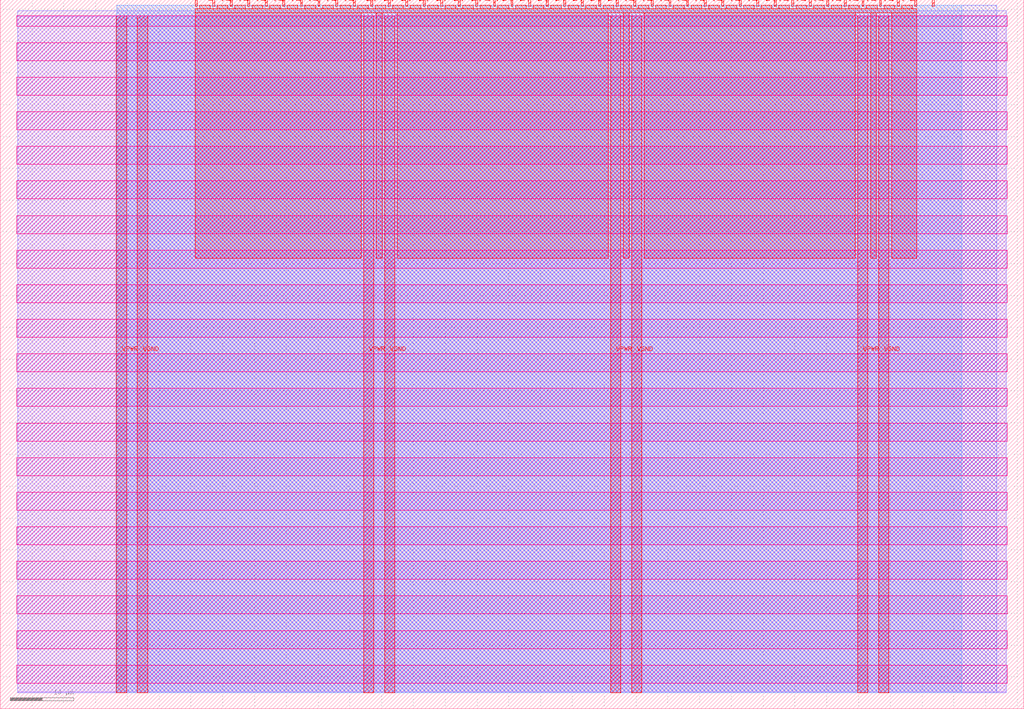
<source format=lef>
VERSION 5.7 ;
  NOWIREEXTENSIONATPIN ON ;
  DIVIDERCHAR "/" ;
  BUSBITCHARS "[]" ;
MACRO tt_um_resfuzzy
  CLASS BLOCK ;
  FOREIGN tt_um_resfuzzy ;
  ORIGIN 0.000 0.000 ;
  SIZE 161.000 BY 111.520 ;
  PIN VGND
    DIRECTION INOUT ;
    USE GROUND ;
    PORT
      LAYER met4 ;
        RECT 21.580 2.480 23.180 109.040 ;
    END
    PORT
      LAYER met4 ;
        RECT 60.450 2.480 62.050 109.040 ;
    END
    PORT
      LAYER met4 ;
        RECT 99.320 2.480 100.920 109.040 ;
    END
    PORT
      LAYER met4 ;
        RECT 138.190 2.480 139.790 109.040 ;
    END
  END VGND
  PIN VPWR
    DIRECTION INOUT ;
    USE POWER ;
    PORT
      LAYER met4 ;
        RECT 18.280 2.480 19.880 109.040 ;
    END
    PORT
      LAYER met4 ;
        RECT 57.150 2.480 58.750 109.040 ;
    END
    PORT
      LAYER met4 ;
        RECT 96.020 2.480 97.620 109.040 ;
    END
    PORT
      LAYER met4 ;
        RECT 134.890 2.480 136.490 109.040 ;
    END
  END VPWR
  PIN clk
    DIRECTION INPUT ;
    USE SIGNAL ;
    ANTENNAGATEAREA 0.852000 ;
    PORT
      LAYER met4 ;
        RECT 143.830 110.520 144.130 111.520 ;
    END
  END clk
  PIN ena
    DIRECTION INPUT ;
    USE SIGNAL ;
    PORT
      LAYER met4 ;
        RECT 146.590 110.520 146.890 111.520 ;
    END
  END ena
  PIN rst_n
    DIRECTION INPUT ;
    USE SIGNAL ;
    ANTENNAGATEAREA 0.196500 ;
    PORT
      LAYER met4 ;
        RECT 141.070 110.520 141.370 111.520 ;
    END
  END rst_n
  PIN ui_in[0]
    DIRECTION INPUT ;
    USE SIGNAL ;
    ANTENNAGATEAREA 0.196500 ;
    PORT
      LAYER met4 ;
        RECT 138.310 110.520 138.610 111.520 ;
    END
  END ui_in[0]
  PIN ui_in[1]
    DIRECTION INPUT ;
    USE SIGNAL ;
    ANTENNAGATEAREA 0.196500 ;
    PORT
      LAYER met4 ;
        RECT 135.550 110.520 135.850 111.520 ;
    END
  END ui_in[1]
  PIN ui_in[2]
    DIRECTION INPUT ;
    USE SIGNAL ;
    ANTENNAGATEAREA 0.196500 ;
    PORT
      LAYER met4 ;
        RECT 132.790 110.520 133.090 111.520 ;
    END
  END ui_in[2]
  PIN ui_in[3]
    DIRECTION INPUT ;
    USE SIGNAL ;
    ANTENNAGATEAREA 0.196500 ;
    PORT
      LAYER met4 ;
        RECT 130.030 110.520 130.330 111.520 ;
    END
  END ui_in[3]
  PIN ui_in[4]
    DIRECTION INPUT ;
    USE SIGNAL ;
    ANTENNAGATEAREA 0.196500 ;
    PORT
      LAYER met4 ;
        RECT 127.270 110.520 127.570 111.520 ;
    END
  END ui_in[4]
  PIN ui_in[5]
    DIRECTION INPUT ;
    USE SIGNAL ;
    ANTENNAGATEAREA 0.196500 ;
    PORT
      LAYER met4 ;
        RECT 124.510 110.520 124.810 111.520 ;
    END
  END ui_in[5]
  PIN ui_in[6]
    DIRECTION INPUT ;
    USE SIGNAL ;
    ANTENNAGATEAREA 0.196500 ;
    PORT
      LAYER met4 ;
        RECT 121.750 110.520 122.050 111.520 ;
    END
  END ui_in[6]
  PIN ui_in[7]
    DIRECTION INPUT ;
    USE SIGNAL ;
    ANTENNAGATEAREA 0.196500 ;
    PORT
      LAYER met4 ;
        RECT 118.990 110.520 119.290 111.520 ;
    END
  END ui_in[7]
  PIN uio_in[0]
    DIRECTION INPUT ;
    USE SIGNAL ;
    ANTENNAGATEAREA 0.196500 ;
    PORT
      LAYER met4 ;
        RECT 116.230 110.520 116.530 111.520 ;
    END
  END uio_in[0]
  PIN uio_in[1]
    DIRECTION INPUT ;
    USE SIGNAL ;
    PORT
      LAYER met4 ;
        RECT 113.470 110.520 113.770 111.520 ;
    END
  END uio_in[1]
  PIN uio_in[2]
    DIRECTION INPUT ;
    USE SIGNAL ;
    PORT
      LAYER met4 ;
        RECT 110.710 110.520 111.010 111.520 ;
    END
  END uio_in[2]
  PIN uio_in[3]
    DIRECTION INPUT ;
    USE SIGNAL ;
    PORT
      LAYER met4 ;
        RECT 107.950 110.520 108.250 111.520 ;
    END
  END uio_in[3]
  PIN uio_in[4]
    DIRECTION INPUT ;
    USE SIGNAL ;
    PORT
      LAYER met4 ;
        RECT 105.190 110.520 105.490 111.520 ;
    END
  END uio_in[4]
  PIN uio_in[5]
    DIRECTION INPUT ;
    USE SIGNAL ;
    PORT
      LAYER met4 ;
        RECT 102.430 110.520 102.730 111.520 ;
    END
  END uio_in[5]
  PIN uio_in[6]
    DIRECTION INPUT ;
    USE SIGNAL ;
    PORT
      LAYER met4 ;
        RECT 99.670 110.520 99.970 111.520 ;
    END
  END uio_in[6]
  PIN uio_in[7]
    DIRECTION INPUT ;
    USE SIGNAL ;
    PORT
      LAYER met4 ;
        RECT 96.910 110.520 97.210 111.520 ;
    END
  END uio_in[7]
  PIN uio_oe[0]
    DIRECTION OUTPUT ;
    USE SIGNAL ;
    ANTENNADIFFAREA 0.445500 ;
    PORT
      LAYER met4 ;
        RECT 49.990 110.520 50.290 111.520 ;
    END
  END uio_oe[0]
  PIN uio_oe[1]
    DIRECTION OUTPUT ;
    USE SIGNAL ;
    ANTENNADIFFAREA 0.445500 ;
    PORT
      LAYER met4 ;
        RECT 47.230 110.520 47.530 111.520 ;
    END
  END uio_oe[1]
  PIN uio_oe[2]
    DIRECTION OUTPUT ;
    USE SIGNAL ;
    ANTENNADIFFAREA 0.445500 ;
    PORT
      LAYER met4 ;
        RECT 44.470 110.520 44.770 111.520 ;
    END
  END uio_oe[2]
  PIN uio_oe[3]
    DIRECTION OUTPUT ;
    USE SIGNAL ;
    ANTENNADIFFAREA 0.445500 ;
    PORT
      LAYER met4 ;
        RECT 41.710 110.520 42.010 111.520 ;
    END
  END uio_oe[3]
  PIN uio_oe[4]
    DIRECTION OUTPUT ;
    USE SIGNAL ;
    ANTENNADIFFAREA 0.445500 ;
    PORT
      LAYER met4 ;
        RECT 38.950 110.520 39.250 111.520 ;
    END
  END uio_oe[4]
  PIN uio_oe[5]
    DIRECTION OUTPUT ;
    USE SIGNAL ;
    ANTENNADIFFAREA 0.445500 ;
    PORT
      LAYER met4 ;
        RECT 36.190 110.520 36.490 111.520 ;
    END
  END uio_oe[5]
  PIN uio_oe[6]
    DIRECTION OUTPUT ;
    USE SIGNAL ;
    ANTENNADIFFAREA 0.445500 ;
    PORT
      LAYER met4 ;
        RECT 33.430 110.520 33.730 111.520 ;
    END
  END uio_oe[6]
  PIN uio_oe[7]
    DIRECTION OUTPUT ;
    USE SIGNAL ;
    ANTENNADIFFAREA 0.445500 ;
    PORT
      LAYER met4 ;
        RECT 30.670 110.520 30.970 111.520 ;
    END
  END uio_oe[7]
  PIN uio_out[0]
    DIRECTION OUTPUT ;
    USE SIGNAL ;
    ANTENNADIFFAREA 0.445500 ;
    PORT
      LAYER met4 ;
        RECT 72.070 110.520 72.370 111.520 ;
    END
  END uio_out[0]
  PIN uio_out[1]
    DIRECTION OUTPUT ;
    USE SIGNAL ;
    ANTENNADIFFAREA 0.445500 ;
    PORT
      LAYER met4 ;
        RECT 69.310 110.520 69.610 111.520 ;
    END
  END uio_out[1]
  PIN uio_out[2]
    DIRECTION OUTPUT ;
    USE SIGNAL ;
    ANTENNADIFFAREA 0.445500 ;
    PORT
      LAYER met4 ;
        RECT 66.550 110.520 66.850 111.520 ;
    END
  END uio_out[2]
  PIN uio_out[3]
    DIRECTION OUTPUT ;
    USE SIGNAL ;
    ANTENNADIFFAREA 0.445500 ;
    PORT
      LAYER met4 ;
        RECT 63.790 110.520 64.090 111.520 ;
    END
  END uio_out[3]
  PIN uio_out[4]
    DIRECTION OUTPUT ;
    USE SIGNAL ;
    ANTENNADIFFAREA 0.445500 ;
    PORT
      LAYER met4 ;
        RECT 61.030 110.520 61.330 111.520 ;
    END
  END uio_out[4]
  PIN uio_out[5]
    DIRECTION OUTPUT ;
    USE SIGNAL ;
    ANTENNADIFFAREA 0.445500 ;
    PORT
      LAYER met4 ;
        RECT 58.270 110.520 58.570 111.520 ;
    END
  END uio_out[5]
  PIN uio_out[6]
    DIRECTION OUTPUT ;
    USE SIGNAL ;
    ANTENNADIFFAREA 0.445500 ;
    PORT
      LAYER met4 ;
        RECT 55.510 110.520 55.810 111.520 ;
    END
  END uio_out[6]
  PIN uio_out[7]
    DIRECTION OUTPUT ;
    USE SIGNAL ;
    ANTENNADIFFAREA 0.445500 ;
    PORT
      LAYER met4 ;
        RECT 52.750 110.520 53.050 111.520 ;
    END
  END uio_out[7]
  PIN uo_out[0]
    DIRECTION OUTPUT ;
    USE SIGNAL ;
    ANTENNAGATEAREA 0.247500 ;
    ANTENNADIFFAREA 0.445500 ;
    PORT
      LAYER met4 ;
        RECT 94.150 110.520 94.450 111.520 ;
    END
  END uo_out[0]
  PIN uo_out[1]
    DIRECTION OUTPUT ;
    USE SIGNAL ;
    ANTENNAGATEAREA 0.126000 ;
    ANTENNADIFFAREA 0.445500 ;
    PORT
      LAYER met4 ;
        RECT 91.390 110.520 91.690 111.520 ;
    END
  END uo_out[1]
  PIN uo_out[2]
    DIRECTION OUTPUT ;
    USE SIGNAL ;
    ANTENNAGATEAREA 0.126000 ;
    ANTENNADIFFAREA 0.445500 ;
    PORT
      LAYER met4 ;
        RECT 88.630 110.520 88.930 111.520 ;
    END
  END uo_out[2]
  PIN uo_out[3]
    DIRECTION OUTPUT ;
    USE SIGNAL ;
    ANTENNAGATEAREA 0.126000 ;
    ANTENNADIFFAREA 0.445500 ;
    PORT
      LAYER met4 ;
        RECT 85.870 110.520 86.170 111.520 ;
    END
  END uo_out[3]
  PIN uo_out[4]
    DIRECTION OUTPUT ;
    USE SIGNAL ;
    ANTENNAGATEAREA 0.126000 ;
    ANTENNADIFFAREA 0.445500 ;
    PORT
      LAYER met4 ;
        RECT 83.110 110.520 83.410 111.520 ;
    END
  END uo_out[4]
  PIN uo_out[5]
    DIRECTION OUTPUT ;
    USE SIGNAL ;
    ANTENNAGATEAREA 0.126000 ;
    ANTENNADIFFAREA 0.445500 ;
    PORT
      LAYER met4 ;
        RECT 80.350 110.520 80.650 111.520 ;
    END
  END uo_out[5]
  PIN uo_out[6]
    DIRECTION OUTPUT ;
    USE SIGNAL ;
    ANTENNAGATEAREA 0.126000 ;
    ANTENNADIFFAREA 0.445500 ;
    PORT
      LAYER met4 ;
        RECT 77.590 110.520 77.890 111.520 ;
    END
  END uo_out[6]
  PIN uo_out[7]
    DIRECTION OUTPUT ;
    USE SIGNAL ;
    ANTENNAGATEAREA 0.126000 ;
    ANTENNADIFFAREA 0.445500 ;
    PORT
      LAYER met4 ;
        RECT 74.830 110.520 75.130 111.520 ;
    END
  END uo_out[7]
  OBS
      LAYER nwell ;
        RECT 2.570 107.385 158.430 108.990 ;
        RECT 2.570 101.945 158.430 104.775 ;
        RECT 2.570 96.505 158.430 99.335 ;
        RECT 2.570 91.065 158.430 93.895 ;
        RECT 2.570 85.625 158.430 88.455 ;
        RECT 2.570 80.185 158.430 83.015 ;
        RECT 2.570 74.745 158.430 77.575 ;
        RECT 2.570 69.305 158.430 72.135 ;
        RECT 2.570 63.865 158.430 66.695 ;
        RECT 2.570 58.425 158.430 61.255 ;
        RECT 2.570 52.985 158.430 55.815 ;
        RECT 2.570 47.545 158.430 50.375 ;
        RECT 2.570 42.105 158.430 44.935 ;
        RECT 2.570 36.665 158.430 39.495 ;
        RECT 2.570 31.225 158.430 34.055 ;
        RECT 2.570 25.785 158.430 28.615 ;
        RECT 2.570 20.345 158.430 23.175 ;
        RECT 2.570 14.905 158.430 17.735 ;
        RECT 2.570 9.465 158.430 12.295 ;
        RECT 2.570 4.025 158.430 6.855 ;
      LAYER li1 ;
        RECT 2.760 2.635 158.240 108.885 ;
      LAYER met1 ;
        RECT 2.760 2.480 158.240 109.780 ;
      LAYER met2 ;
        RECT 18.310 2.535 156.760 110.685 ;
      LAYER met3 ;
        RECT 18.290 2.555 151.275 110.665 ;
      LAYER met4 ;
        RECT 31.370 110.120 33.030 110.665 ;
        RECT 34.130 110.120 35.790 110.665 ;
        RECT 36.890 110.120 38.550 110.665 ;
        RECT 39.650 110.120 41.310 110.665 ;
        RECT 42.410 110.120 44.070 110.665 ;
        RECT 45.170 110.120 46.830 110.665 ;
        RECT 47.930 110.120 49.590 110.665 ;
        RECT 50.690 110.120 52.350 110.665 ;
        RECT 53.450 110.120 55.110 110.665 ;
        RECT 56.210 110.120 57.870 110.665 ;
        RECT 58.970 110.120 60.630 110.665 ;
        RECT 61.730 110.120 63.390 110.665 ;
        RECT 64.490 110.120 66.150 110.665 ;
        RECT 67.250 110.120 68.910 110.665 ;
        RECT 70.010 110.120 71.670 110.665 ;
        RECT 72.770 110.120 74.430 110.665 ;
        RECT 75.530 110.120 77.190 110.665 ;
        RECT 78.290 110.120 79.950 110.665 ;
        RECT 81.050 110.120 82.710 110.665 ;
        RECT 83.810 110.120 85.470 110.665 ;
        RECT 86.570 110.120 88.230 110.665 ;
        RECT 89.330 110.120 90.990 110.665 ;
        RECT 92.090 110.120 93.750 110.665 ;
        RECT 94.850 110.120 96.510 110.665 ;
        RECT 97.610 110.120 99.270 110.665 ;
        RECT 100.370 110.120 102.030 110.665 ;
        RECT 103.130 110.120 104.790 110.665 ;
        RECT 105.890 110.120 107.550 110.665 ;
        RECT 108.650 110.120 110.310 110.665 ;
        RECT 111.410 110.120 113.070 110.665 ;
        RECT 114.170 110.120 115.830 110.665 ;
        RECT 116.930 110.120 118.590 110.665 ;
        RECT 119.690 110.120 121.350 110.665 ;
        RECT 122.450 110.120 124.110 110.665 ;
        RECT 125.210 110.120 126.870 110.665 ;
        RECT 127.970 110.120 129.630 110.665 ;
        RECT 130.730 110.120 132.390 110.665 ;
        RECT 133.490 110.120 135.150 110.665 ;
        RECT 136.250 110.120 137.910 110.665 ;
        RECT 139.010 110.120 140.670 110.665 ;
        RECT 141.770 110.120 143.430 110.665 ;
        RECT 30.655 109.440 144.145 110.120 ;
        RECT 30.655 70.895 56.750 109.440 ;
        RECT 59.150 70.895 60.050 109.440 ;
        RECT 62.450 70.895 95.620 109.440 ;
        RECT 98.020 70.895 98.920 109.440 ;
        RECT 101.320 70.895 134.490 109.440 ;
        RECT 136.890 70.895 137.790 109.440 ;
        RECT 140.190 70.895 144.145 109.440 ;
  END
END tt_um_resfuzzy
END LIBRARY


</source>
